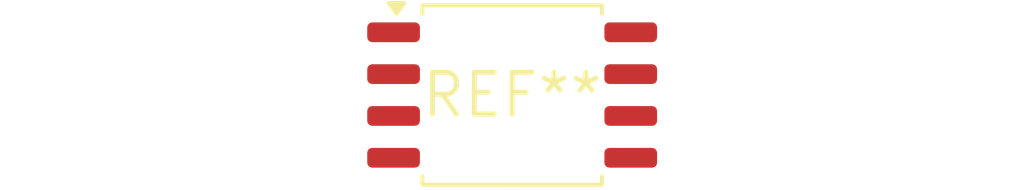
<source format=kicad_pcb>
(kicad_pcb (version 20240108) (generator pcbnew)
  (layers (0 "F.Cu" signal) (31 "B.Cu" signal) (34 "B.Paste" user) (35 "F.Paste" user) (36 "B.SilkS" user "B.Silkscreen") (37 "F.SilkS" user "F.Silkscreen") (38 "B.Mask" user) (39 "F.Mask" user) (44 "Edge.Cuts" user))
  (net 0 "")
  (footprint "SOIC-8_5.23x5.23mm_P1.27mm" (layer "F.Cu") (at 0 0)
    (property "Reference" "REF**")
    (property "Value" "SOIC-8_5.23x5.23mm_P1.27mm")
    (fp_line (start -2.725 -2.725) (end -2.725 -2.465) (layer "F.SilkS") (stroke (width 0.12)))
    (fp_line (start -2.725 2.725) (end -2.725 2.465) (layer "F.SilkS") (stroke (width 0.12)))
    (fp_line (start 0 -2.725) (end -2.725 -2.725) (layer "F.SilkS") (stroke (width 0.12)))
    (fp_line (start 0 -2.725) (end 2.725 -2.725) (layer "F.SilkS") (stroke (width 0.12)))
    (fp_line (start 0 2.725) (end -2.725 2.725) (layer "F.SilkS") (stroke (width 0.12)))
    (fp_line (start 0 2.725) (end 2.725 2.725) (layer "F.SilkS") (stroke (width 0.12)))
    (fp_line (start 2.725 -2.725) (end 2.725 -2.465) (layer "F.SilkS") (stroke (width 0.12)))
    (fp_line (start 2.725 2.725) (end 2.725 2.465) (layer "F.SilkS") (stroke (width 0.12)))
    (fp_poly (pts (xy -3.5075 -2.465) (xy -3.7475 -2.795) (xy -3.2675 -2.795) (xy -3.5075 -2.465)) (layer "F.SilkS") (stroke (width 0.12)) (fill solid))
    (pad "1" smd roundrect (at -3.6 -1.905) (size 1.6 0.6) (layers "F.Cu" "F.Paste" "F.Mask"))
    (pad "2" smd roundrect (at -3.6 -0.635) (size 1.6 0.6) (layers "F.Cu" "F.Paste" "F.Mask"))
    (pad "3" smd roundrect (at -3.6 0.635) (size 1.6 0.6) (layers "F.Cu" "F.Paste" "F.Mask"))
    (pad "4" smd roundrect (at -3.6 1.905) (size 1.6 0.6) (layers "F.Cu" "F.Paste" "F.Mask"))
    (pad "5" smd roundrect (at 3.6 1.905) (size 1.6 0.6) (layers "F.Cu" "F.Paste" "F.Mask"))
    (pad "6" smd roundrect (at 3.6 0.635) (size 1.6 0.6) (layers "F.Cu" "F.Paste" "F.Mask"))
    (pad "7" smd roundrect (at 3.6 -0.635) (size 1.6 0.6) (layers "F.Cu" "F.Paste" "F.Mask"))
    (pad "8" smd roundrect (at 3.6 -1.905) (size 1.6 0.6) (layers "F.Cu" "F.Paste" "F.Mask"))
  )
)
</source>
